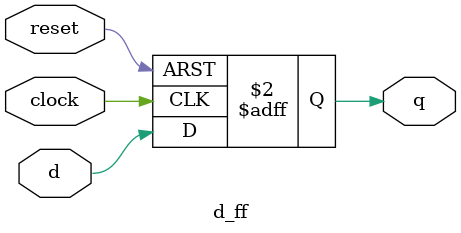
<source format=v>
module d_ff(q,d,clock,reset);
		input d, reset, clock;
		output q;
		reg q;
		
		always @(posedge clock or negedge reset)
			begin
				if(reset)
					q = d;
				else
					q = 1'b0;
			end
	endmodule

</source>
